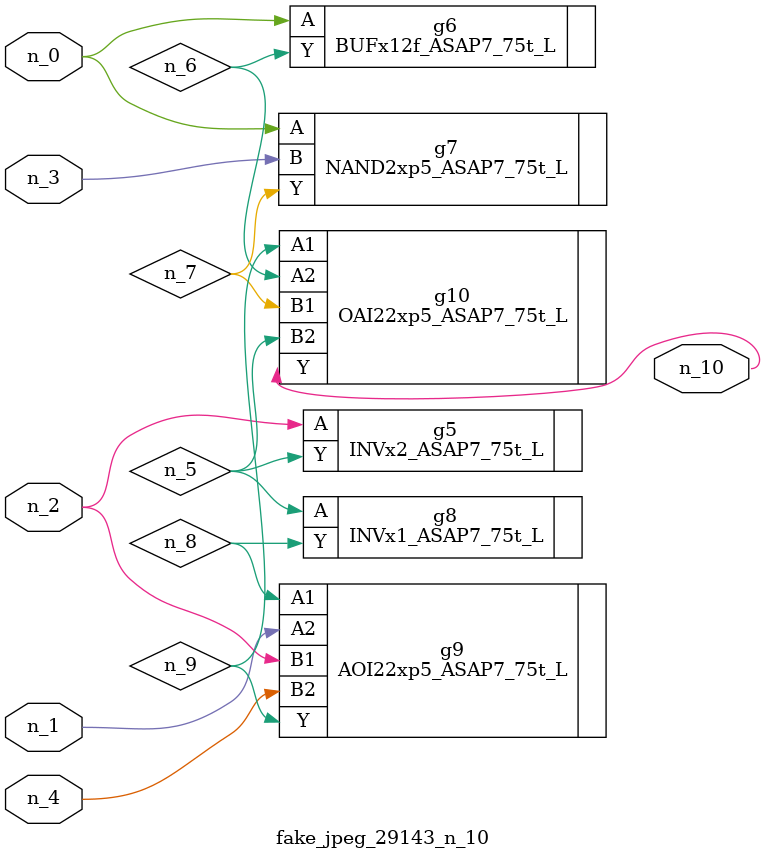
<source format=v>
module fake_jpeg_29143_n_10 (n_3, n_2, n_1, n_0, n_4, n_10);

input n_3;
input n_2;
input n_1;
input n_0;
input n_4;

output n_10;

wire n_8;
wire n_9;
wire n_6;
wire n_5;
wire n_7;

INVx2_ASAP7_75t_L g5 ( 
.A(n_2),
.Y(n_5)
);

BUFx12f_ASAP7_75t_L g6 ( 
.A(n_0),
.Y(n_6)
);

NAND2xp5_ASAP7_75t_L g7 ( 
.A(n_0),
.B(n_3),
.Y(n_7)
);

INVx1_ASAP7_75t_L g8 ( 
.A(n_5),
.Y(n_8)
);

AOI22xp5_ASAP7_75t_L g9 ( 
.A1(n_8),
.A2(n_1),
.B1(n_2),
.B2(n_4),
.Y(n_9)
);

OAI22xp5_ASAP7_75t_L g10 ( 
.A1(n_9),
.A2(n_6),
.B1(n_7),
.B2(n_5),
.Y(n_10)
);


endmodule
</source>
